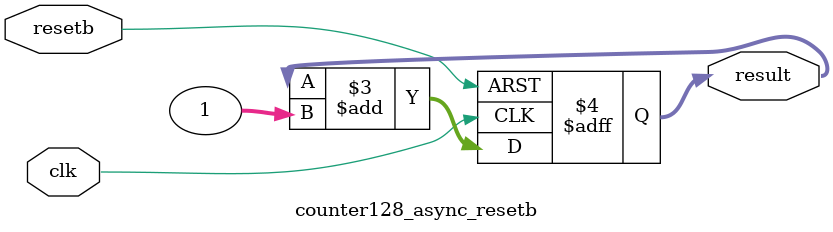
<source format=v>

module counter128_async_resetb (
	clk,
	resetb,
	result
);

	input clk;
	input resetb;
	output [127:0] result;

	reg [127:0] result;

	always @(posedge clk or negedge resetb)
	begin
		if (~resetb) 
			result = 0;		
		else 
			result = result + 1;
	end
endmodule		

</source>
